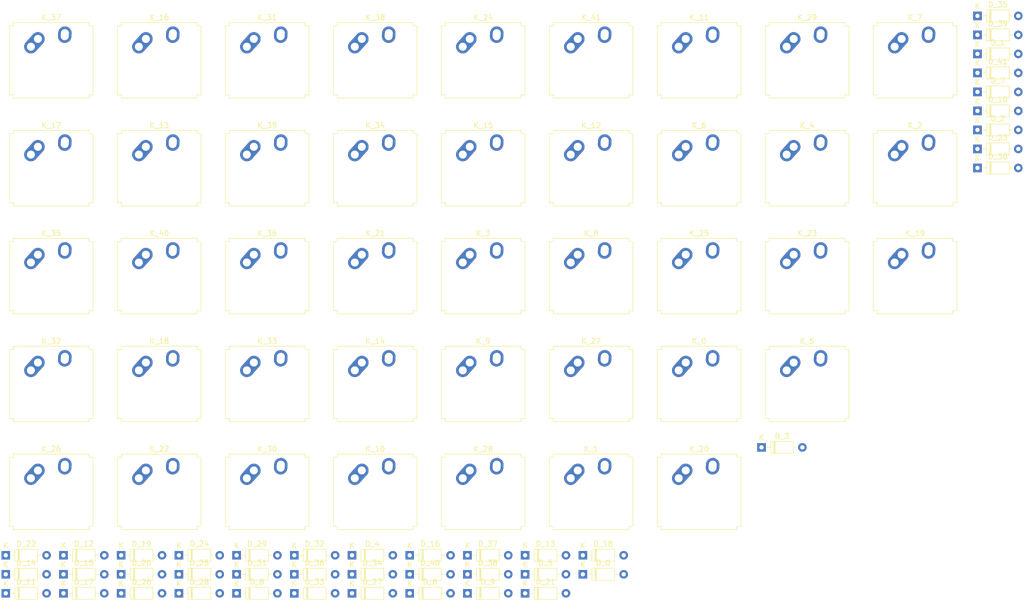
<source format=kicad_pcb>
(kicad_pcb (version 20210606) (generator pcbnew)
  (layers (0 "F.Cu" signal) (31 "B.Cu" signal) (34 "B.Paste" user) (35 "F.Paste" user) (36 "B.SilkS" user "B.Silkscreen") (37 "F.SilkS" user "F.Silkscreen") (38 "B.Mask" user) (39 "F.Mask" user) (44 "Edge.Cuts" user))
  (net 0 "")
  (footprint "Diode_THT:D_DO-35_SOD27_P7.62mm_Horizontal" (layer "F.Cu") (at 229.425001 187.490001)
    (fp_text reference "D_0" (at 3.81 -2.12) (layer "F.SilkS"))
    (fp_text value "D")
    (fp_text user "K" (at 0 -1.8) (layer "F.SilkS"))
    (pad "1" thru_hole rect locked (at 0 0) (size 1.6 1.6) (drill 0.8) (layers *.Cu *.Mask))
    (pad "2" thru_hole oval locked (at 7.62 0) (size 1.6 1.6) (drill 0.8) (layers *.Cu *.Mask))
  )
  (footprint "Diode_THT:D_DO-35_SOD27_P7.62mm_Horizontal" (layer "F.Cu") (at 303.075001 90.290001)
    (fp_text reference "D_1" (at 3.81 -2.12) (layer "F.SilkS"))
    (fp_text value "D")
    (fp_text user "K" (at 0 -1.8) (layer "F.SilkS"))
    (pad "1" thru_hole rect locked (at 0 0) (size 1.6 1.6) (drill 0.8) (layers *.Cu *.Mask))
    (pad "2" thru_hole oval locked (at 7.62 0) (size 1.6 1.6) (drill 0.8) (layers *.Cu *.Mask))
  )
  (footprint "Diode_THT:D_DO-35_SOD27_P7.62mm_Horizontal" (layer "F.Cu") (at 303.075001 104.490001)
    (fp_text reference "D_2" (at 3.81 -2.12) (layer "F.SilkS"))
    (fp_text value "D")
    (fp_text user "K" (at 0 -1.8) (layer "F.SilkS"))
    (pad "1" thru_hole rect locked (at 0 0) (size 1.6 1.6) (drill 0.8) (layers *.Cu *.Mask))
    (pad "2" thru_hole oval locked (at 7.62 0) (size 1.6 1.6) (drill 0.8) (layers *.Cu *.Mask))
  )
  (footprint "Diode_THT:D_DO-35_SOD27_P7.62mm_Horizontal" (layer "F.Cu") (at 262.775001 163.790001)
    (fp_text reference "D_3" (at 3.81 -2.12) (layer "F.SilkS"))
    (fp_text value "D")
    (fp_text user "K" (at 0 -1.8) (layer "F.SilkS"))
    (pad "1" thru_hole rect locked (at 0 0) (size 1.6 1.6) (drill 0.8) (layers *.Cu *.Mask))
    (pad "2" thru_hole oval locked (at 7.62 0) (size 1.6 1.6) (drill 0.8) (layers *.Cu *.Mask))
  )
  (footprint "Diode_THT:D_DO-35_SOD27_P7.62mm_Horizontal" (layer "F.Cu") (at 186.345001 183.940001)
    (fp_text reference "D_4" (at 3.81 -2.12) (layer "F.SilkS"))
    (fp_text value "D")
    (fp_text user "K" (at 0 -1.8) (layer "F.SilkS"))
    (pad "1" thru_hole rect locked (at 0 0) (size 1.6 1.6) (drill 0.8) (layers *.Cu *.Mask))
    (pad "2" thru_hole oval locked (at 7.62 0) (size 1.6 1.6) (drill 0.8) (layers *.Cu *.Mask))
  )
  (footprint "Diode_THT:D_DO-35_SOD27_P7.62mm_Horizontal" (layer "F.Cu") (at 218.655001 187.490001)
    (fp_text reference "D_5" (at 3.81 -2.12) (layer "F.SilkS"))
    (fp_text value "D")
    (fp_text user "K" (at 0 -1.8) (layer "F.SilkS"))
    (pad "1" thru_hole rect locked (at 0 0) (size 1.6 1.6) (drill 0.8) (layers *.Cu *.Mask))
    (pad "2" thru_hole oval locked (at 7.62 0) (size 1.6 1.6) (drill 0.8) (layers *.Cu *.Mask))
  )
  (footprint "Diode_THT:D_DO-35_SOD27_P7.62mm_Horizontal" (layer "F.Cu") (at 197.115001 191.040001)
    (fp_text reference "D_6" (at 3.81 -2.12) (layer "F.SilkS"))
    (fp_text value "D")
    (fp_text user "K" (at 0 -1.8) (layer "F.SilkS"))
    (pad "1" thru_hole rect locked (at 0 0) (size 1.6 1.6) (drill 0.8) (layers *.Cu *.Mask))
    (pad "2" thru_hole oval locked (at 7.62 0) (size 1.6 1.6) (drill 0.8) (layers *.Cu *.Mask))
  )
  (footprint "Diode_THT:D_DO-35_SOD27_P7.62mm_Horizontal" (layer "F.Cu") (at 303.075001 97.390001)
    (fp_text reference "D_7" (at 3.81 -2.12) (layer "F.SilkS"))
    (fp_text value "D")
    (fp_text user "K" (at 0 -1.8) (layer "F.SilkS"))
    (pad "1" thru_hole rect locked (at 0 0) (size 1.6 1.6) (drill 0.8) (layers *.Cu *.Mask))
    (pad "2" thru_hole oval locked (at 7.62 0) (size 1.6 1.6) (drill 0.8) (layers *.Cu *.Mask))
  )
  (footprint "Diode_THT:D_DO-35_SOD27_P7.62mm_Horizontal" (layer "F.Cu") (at 164.805001 191.040001)
    (fp_text reference "D_8" (at 3.81 -2.12) (layer "F.SilkS"))
    (fp_text value "D")
    (fp_text user "K" (at 0 -1.8) (layer "F.SilkS"))
    (pad "1" thru_hole rect locked (at 0 0) (size 1.6 1.6) (drill 0.8) (layers *.Cu *.Mask))
    (pad "2" thru_hole oval locked (at 7.62 0) (size 1.6 1.6) (drill 0.8) (layers *.Cu *.Mask))
  )
  (footprint "Diode_THT:D_DO-35_SOD27_P7.62mm_Horizontal" (layer "F.Cu") (at 207.885001 191.040001)
    (fp_text reference "D_9" (at 3.81 -2.12) (layer "F.SilkS"))
    (fp_text value "D")
    (fp_text user "K" (at 0 -1.8) (layer "F.SilkS"))
    (pad "1" thru_hole rect locked (at 0 0) (size 1.6 1.6) (drill 0.8) (layers *.Cu *.Mask))
    (pad "2" thru_hole oval locked (at 7.62 0) (size 1.6 1.6) (drill 0.8) (layers *.Cu *.Mask))
  )
  (footprint "Diode_THT:D_DO-35_SOD27_P7.62mm_Horizontal" (layer "F.Cu") (at 303.075001 100.940001)
    (fp_text reference "D_10" (at 3.81 -2.12) (layer "F.SilkS"))
    (fp_text value "D")
    (fp_text user "K" (at 0 -1.8) (layer "F.SilkS"))
    (pad "1" thru_hole rect locked (at 0 0) (size 1.6 1.6) (drill 0.8) (layers *.Cu *.Mask))
    (pad "2" thru_hole oval locked (at 7.62 0) (size 1.6 1.6) (drill 0.8) (layers *.Cu *.Mask))
  )
  (footprint "Diode_THT:D_DO-35_SOD27_P7.62mm_Horizontal" (layer "F.Cu") (at 121.725001 191.040001)
    (fp_text reference "D_11" (at 3.81 -2.12) (layer "F.SilkS"))
    (fp_text value "D")
    (fp_text user "K" (at 0 -1.8) (layer "F.SilkS"))
    (pad "1" thru_hole rect locked (at 0 0) (size 1.6 1.6) (drill 0.8) (layers *.Cu *.Mask))
    (pad "2" thru_hole oval locked (at 7.62 0) (size 1.6 1.6) (drill 0.8) (layers *.Cu *.Mask))
  )
  (footprint "Diode_THT:D_DO-35_SOD27_P7.62mm_Horizontal" (layer "F.Cu") (at 132.495001 183.940001)
    (fp_text reference "D_12" (at 3.81 -2.12) (layer "F.SilkS"))
    (fp_text value "D")
    (fp_text user "K" (at 0 -1.8) (layer "F.SilkS"))
    (pad "1" thru_hole rect locked (at 0 0) (size 1.6 1.6) (drill 0.8) (layers *.Cu *.Mask))
    (pad "2" thru_hole oval locked (at 7.62 0) (size 1.6 1.6) (drill 0.8) (layers *.Cu *.Mask))
  )
  (footprint "Diode_THT:D_DO-35_SOD27_P7.62mm_Horizontal" (layer "F.Cu") (at 218.655001 183.940001)
    (fp_text reference "D_13" (at 3.81 -2.12) (layer "F.SilkS"))
    (fp_text value "D")
    (fp_text user "K" (at 0 -1.8) (layer "F.SilkS"))
    (pad "1" thru_hole rect locked (at 0 0) (size 1.6 1.6) (drill 0.8) (layers *.Cu *.Mask))
    (pad "2" thru_hole oval locked (at 7.62 0) (size 1.6 1.6) (drill 0.8) (layers *.Cu *.Mask))
  )
  (footprint "Diode_THT:D_DO-35_SOD27_P7.62mm_Horizontal" (layer "F.Cu") (at 121.725001 187.490001)
    (fp_text reference "D_14" (at 3.81 -2.12) (layer "F.SilkS"))
    (fp_text value "D")
    (fp_text user "K" (at 0 -1.8) (layer "F.SilkS"))
    (pad "1" thru_hole rect locked (at 0 0) (size 1.6 1.6) (drill 0.8) (layers *.Cu *.Mask))
    (pad "2" thru_hole oval locked (at 7.62 0) (size 1.6 1.6) (drill 0.8) (layers *.Cu *.Mask))
  )
  (footprint "Diode_THT:D_DO-35_SOD27_P7.62mm_Horizontal" (layer "F.Cu") (at 132.495001 187.490001)
    (fp_text reference "D_15" (at 3.81 -2.12) (layer "F.SilkS"))
    (fp_text value "D")
    (fp_text user "K" (at 0 -1.8) (layer "F.SilkS"))
    (pad "1" thru_hole rect locked (at 0 0) (size 1.6 1.6) (drill 0.8) (layers *.Cu *.Mask))
    (pad "2" thru_hole oval locked (at 7.62 0) (size 1.6 1.6) (drill 0.8) (layers *.Cu *.Mask))
  )
  (footprint "Diode_THT:D_DO-35_SOD27_P7.62mm_Horizontal" (layer "F.Cu") (at 197.115001 183.940001)
    (fp_text reference "D_16" (at 3.81 -2.12) (layer "F.SilkS"))
    (fp_text value "D")
    (fp_text user "K" (at 0 -1.8) (layer "F.SilkS"))
    (pad "1" thru_hole rect locked (at 0 0) (size 1.6 1.6) (drill 0.8) (layers *.Cu *.Mask))
    (pad "2" thru_hole oval locked (at 7.62 0) (size 1.6 1.6) (drill 0.8) (layers *.Cu *.Mask))
  )
  (footprint "Diode_THT:D_DO-35_SOD27_P7.62mm_Horizontal" (layer "F.Cu") (at 132.495001 191.040001)
    (fp_text reference "D_17" (at 3.81 -2.12) (layer "F.SilkS"))
    (fp_text value "D")
    (fp_text user "K" (at 0 -1.8) (layer "F.SilkS"))
    (pad "1" thru_hole rect locked (at 0 0) (size 1.6 1.6) (drill 0.8) (layers *.Cu *.Mask))
    (pad "2" thru_hole oval locked (at 7.62 0) (size 1.6 1.6) (drill 0.8) (layers *.Cu *.Mask))
  )
  (footprint "Diode_THT:D_DO-35_SOD27_P7.62mm_Horizontal" (layer "F.Cu") (at 229.425001 183.940001)
    (fp_text reference "D_18" (at 3.81 -2.12) (layer "F.SilkS"))
    (fp_text value "D")
    (fp_text user "K" (at 0 -1.8) (layer "F.SilkS"))
    (pad "1" thru_hole rect locked (at 0 0) (size 1.6 1.6) (drill 0.8) (layers *.Cu *.Mask))
    (pad "2" thru_hole oval locked (at 7.62 0) (size 1.6 1.6) (drill 0.8) (layers *.Cu *.Mask))
  )
  (footprint "Diode_THT:D_DO-35_SOD27_P7.62mm_Horizontal" (layer "F.Cu") (at 143.265001 183.940001)
    (fp_text reference "D_19" (at 3.81 -2.12) (layer "F.SilkS"))
    (fp_text value "D")
    (fp_text user "K" (at 0 -1.8) (layer "F.SilkS"))
    (pad "1" thru_hole rect locked (at 0 0) (size 1.6 1.6) (drill 0.8) (layers *.Cu *.Mask))
    (pad "2" thru_hole oval locked (at 7.62 0) (size 1.6 1.6) (drill 0.8) (layers *.Cu *.Mask))
  )
  (footprint "Diode_THT:D_DO-35_SOD27_P7.62mm_Horizontal" (layer "F.Cu") (at 143.265001 187.490001)
    (fp_text reference "D_20" (at 3.81 -2.12) (layer "F.SilkS"))
    (fp_text value "D")
    (fp_text user "K" (at 0 -1.8) (layer "F.SilkS"))
    (pad "1" thru_hole rect locked (at 0 0) (size 1.6 1.6) (drill 0.8) (layers *.Cu *.Mask))
    (pad "2" thru_hole oval locked (at 7.62 0) (size 1.6 1.6) (drill 0.8) (layers *.Cu *.Mask))
  )
  (footprint "Diode_THT:D_DO-35_SOD27_P7.62mm_Horizontal" (layer "F.Cu") (at 218.655001 191.040001)
    (fp_text reference "D_21" (at 3.81 -2.12) (layer "F.SilkS"))
    (fp_text value "D")
    (fp_text user "K" (at 0 -1.8) (layer "F.SilkS"))
    (pad "1" thru_hole rect locked (at 0 0) (size 1.6 1.6) (drill 0.8) (layers *.Cu *.Mask))
    (pad "2" thru_hole oval locked (at 7.62 0) (size 1.6 1.6) (drill 0.8) (layers *.Cu *.Mask))
  )
  (footprint "Diode_THT:D_DO-35_SOD27_P7.62mm_Horizontal" (layer "F.Cu") (at 121.725001 183.940001)
    (fp_text reference "D_22" (at 3.81 -2.12) (layer "F.SilkS"))
    (fp_text value "D")
    (fp_text user "K" (at 0 -1.8) (layer "F.SilkS"))
    (pad "1" thru_hole rect locked (at 0 0) (size 1.6 1.6) (drill 0.8) (layers *.Cu *.Mask))
    (pad "2" thru_hole oval locked (at 7.62 0) (size 1.6 1.6) (drill 0.8) (layers *.Cu *.Mask))
  )
  (footprint "Diode_THT:D_DO-35_SOD27_P7.62mm_Horizontal" (layer "F.Cu") (at 303.075001 108.040001)
    (fp_text reference "D_23" (at 3.81 -2.12) (layer "F.SilkS"))
    (fp_text value "D")
    (fp_text user "K" (at 0 -1.8) (layer "F.SilkS"))
    (pad "1" thru_hole rect locked (at 0 0) (size 1.6 1.6) (drill 0.8) (layers *.Cu *.Mask))
    (pad "2" thru_hole oval locked (at 7.62 0) (size 1.6 1.6) (drill 0.8) (layers *.Cu *.Mask))
  )
  (footprint "Diode_THT:D_DO-35_SOD27_P7.62mm_Horizontal" (layer "F.Cu") (at 154.035001 183.940001)
    (fp_text reference "D_24" (at 3.81 -2.12) (layer "F.SilkS"))
    (fp_text value "D")
    (fp_text user "K" (at 0 -1.8) (layer "F.SilkS"))
    (pad "1" thru_hole rect locked (at 0 0) (size 1.6 1.6) (drill 0.8) (layers *.Cu *.Mask))
    (pad "2" thru_hole oval locked (at 7.62 0) (size 1.6 1.6) (drill 0.8) (layers *.Cu *.Mask))
  )
  (footprint "Diode_THT:D_DO-35_SOD27_P7.62mm_Horizontal" (layer "F.Cu") (at 154.035001 187.490001)
    (fp_text reference "D_25" (at 3.81 -2.12) (layer "F.SilkS"))
    (fp_text value "D")
    (fp_text user "K" (at 0 -1.8) (layer "F.SilkS"))
    (pad "1" thru_hole rect locked (at 0 0) (size 1.6 1.6) (drill 0.8) (layers *.Cu *.Mask))
    (pad "2" thru_hole oval locked (at 7.62 0) (size 1.6 1.6) (drill 0.8) (layers *.Cu *.Mask))
  )
  (footprint "Diode_THT:D_DO-35_SOD27_P7.62mm_Horizontal" (layer "F.Cu") (at 143.265001 191.040001)
    (fp_text reference "D_26" (at 3.81 -2.12) (layer "F.SilkS"))
    (fp_text value "D")
    (fp_text user "K" (at 0 -1.8) (layer "F.SilkS"))
    (pad "1" thru_hole rect locked (at 0 0) (size 1.6 1.6) (drill 0.8) (layers *.Cu *.Mask))
    (pad "2" thru_hole oval locked (at 7.62 0) (size 1.6 1.6) (drill 0.8) (layers *.Cu *.Mask))
  )
  (footprint "Diode_THT:D_DO-35_SOD27_P7.62mm_Horizontal" (layer "F.Cu") (at 186.345001 191.040001)
    (fp_text reference "D_27" (at 3.81 -2.12) (layer "F.SilkS"))
    (fp_text value "D")
    (fp_text user "K" (at 0 -1.8) (layer "F.SilkS"))
    (pad "1" thru_hole rect locked (at 0 0) (size 1.6 1.6) (drill 0.8) (layers *.Cu *.Mask))
    (pad "2" thru_hole oval locked (at 7.62 0) (size 1.6 1.6) (drill 0.8) (layers *.Cu *.Mask))
  )
  (footprint "Diode_THT:D_DO-35_SOD27_P7.62mm_Horizontal" (layer "F.Cu") (at 154.035001 191.040001)
    (fp_text reference "D_28" (at 3.81 -2.12) (layer "F.SilkS"))
    (fp_text value "D")
    (fp_text user "K" (at 0 -1.8) (layer "F.SilkS"))
    (pad "1" thru_hole rect locked (at 0 0) (size 1.6 1.6) (drill 0.8) (layers *.Cu *.Mask))
    (pad "2" thru_hole oval locked (at 7.62 0) (size 1.6 1.6) (drill 0.8) (layers *.Cu *.Mask))
  )
  (footprint "Diode_THT:D_DO-35_SOD27_P7.62mm_Horizontal" (layer "F.Cu") (at 164.805001 183.940001)
    (fp_text reference "D_29" (at 3.81 -2.12) (layer "F.SilkS"))
    (fp_text value "D")
    (fp_text user "K" (at 0 -1.8) (layer "F.SilkS"))
    (pad "1" thru_hole rect locked (at 0 0) (size 1.6 1.6) (drill 0.8) (layers *.Cu *.Mask))
    (pad "2" thru_hole oval locked (at 7.62 0) (size 1.6 1.6) (drill 0.8) (layers *.Cu *.Mask))
  )
  (footprint "Diode_THT:D_DO-35_SOD27_P7.62mm_Horizontal" (layer "F.Cu") (at 303.075001 111.590001)
    (fp_text reference "D_30" (at 3.81 -2.12) (layer "F.SilkS"))
    (fp_text value "D")
    (fp_text user "K" (at 0 -1.8) (layer "F.SilkS"))
    (pad "1" thru_hole rect locked (at 0 0) (size 1.6 1.6) (drill 0.8) (layers *.Cu *.Mask))
    (pad "2" thru_hole oval locked (at 7.62 0) (size 1.6 1.6) (drill 0.8) (layers *.Cu *.Mask))
  )
  (footprint "Diode_THT:D_DO-35_SOD27_P7.62mm_Horizontal" (layer "F.Cu") (at 164.805001 187.490001)
    (fp_text reference "D_31" (at 3.81 -2.12) (layer "F.SilkS"))
    (fp_text value "D")
    (fp_text user "K" (at 0 -1.8) (layer "F.SilkS"))
    (pad "1" thru_hole rect locked (at 0 0) (size 1.6 1.6) (drill 0.8) (layers *.Cu *.Mask))
    (pad "2" thru_hole oval locked (at 7.62 0) (size 1.6 1.6) (drill 0.8) (layers *.Cu *.Mask))
  )
  (footprint "Diode_THT:D_DO-35_SOD27_P7.62mm_Horizontal" (layer "F.Cu") (at 175.575001 183.940001)
    (fp_text reference "D_32" (at 3.81 -2.12) (layer "F.SilkS"))
    (fp_text value "D")
    (fp_text user "K" (at 0 -1.8) (layer "F.SilkS"))
    (pad "1" thru_hole rect locked (at 0 0) (size 1.6 1.6) (drill 0.8) (layers *.Cu *.Mask))
    (pad "2" thru_hole oval locked (at 7.62 0) (size 1.6 1.6) (drill 0.8) (layers *.Cu *.Mask))
  )
  (footprint "Diode_THT:D_DO-35_SOD27_P7.62mm_Horizontal" (layer "F.Cu") (at 175.575001 191.040001)
    (fp_text reference "D_33" (at 3.81 -2.12) (layer "F.SilkS"))
    (fp_text value "D")
    (fp_text user "K" (at 0 -1.8) (layer "F.SilkS"))
    (pad "1" thru_hole rect locked (at 0 0) (size 1.6 1.6) (drill 0.8) (layers *.Cu *.Mask))
    (pad "2" thru_hole oval locked (at 7.62 0) (size 1.6 1.6) (drill 0.8) (layers *.Cu *.Mask))
  )
  (footprint "Diode_THT:D_DO-35_SOD27_P7.62mm_Horizontal" (layer "F.Cu") (at 186.345001 187.490001)
    (fp_text reference "D_34" (at 3.81 -2.12) (layer "F.SilkS"))
    (fp_text value "D")
    (fp_text user "K" (at 0 -1.8) (layer "F.SilkS"))
    (pad "1" thru_hole rect locked (at 0 0) (size 1.6 1.6) (drill 0.8) (layers *.Cu *.Mask))
    (pad "2" thru_hole oval locked (at 7.62 0) (size 1.6 1.6) (drill 0.8) (layers *.Cu *.Mask))
  )
  (footprint "Diode_THT:D_DO-35_SOD27_P7.62mm_Horizontal" (layer "F.Cu") (at 303.075001 83.190001)
    (fp_text reference "D_35" (at 3.81 -2.12) (layer "F.SilkS"))
    (fp_text value "D")
    (fp_text user "K" (at 0 -1.8) (layer "F.SilkS"))
    (pad "1" thru_hole rect locked (at 0 0) (size 1.6 1.6) (drill 0.8) (layers *.Cu *.Mask))
    (pad "2" thru_hole oval locked (at 7.62 0) (size 1.6 1.6) (drill 0.8) (layers *.Cu *.Mask))
  )
  (footprint "Diode_THT:D_DO-35_SOD27_P7.62mm_Horizontal" (layer "F.Cu") (at 175.575001 187.490001)
    (fp_text reference "D_36" (at 3.81 -2.12) (layer "F.SilkS"))
    (fp_text value "D")
    (fp_text user "K" (at 0 -1.8) (layer "F.SilkS"))
    (pad "1" thru_hole rect locked (at 0 0) (size 1.6 1.6) (drill 0.8) (layers *.Cu *.Mask))
    (pad "2" thru_hole oval locked (at 7.62 0) (size 1.6 1.6) (drill 0.8) (layers *.Cu *.Mask))
  )
  (footprint "Diode_THT:D_DO-35_SOD27_P7.62mm_Horizontal" (layer "F.Cu") (at 207.885001 183.940001)
    (fp_text reference "D_37" (at 3.81 -2.12) (layer "F.SilkS"))
    (fp_text value "D")
    (fp_text user "K" (at 0 -1.8) (layer "F.SilkS"))
    (pad "1" thru_hole rect locked (at 0 0) (size 1.6 1.6) (drill 0.8) (layers *.Cu *.Mask))
    (pad "2" thru_hole oval locked (at 7.62 0) (size 1.6 1.6) (drill 0.8) (layers *.Cu *.Mask))
  )
  (footprint "Diode_THT:D_DO-35_SOD27_P7.62mm_Horizontal" (layer "F.Cu") (at 207.885001 187.490001)
    (fp_text reference "D_38" (at 3.81 -2.12) (layer "F.SilkS"))
    (fp_text value "D")
    (fp_text user "K" (at 0 -1.8) (layer "F.SilkS"))
    (pad "1" thru_hole rect locked (at 0 0) (size 1.6 1.6) (drill 0.8) (layers *.Cu *.Mask))
    (pad "2" thru_hole oval locked (at 7.62 0) (size 1.6 1.6) (drill 0.8) (layers *.Cu *.Mask))
  )
  (footprint "Diode_THT:D_DO-35_SOD27_P7.62mm_Horizontal" (layer "F.Cu") (at 303.075001 86.740001)
    (fp_text reference "D_39" (at 3.81 -2.12) (layer "F.SilkS"))
    (fp_text value "D")
    (fp_text user "K" (at 0 -1.8) (layer "F.SilkS"))
    (pad "1" thru_hole rect locked (at 0 0) (size 1.6 1.6) (drill 0.8) (layers *.Cu *.Mask))
    (pad "2" thru_hole oval locked (at 7.62 0) (size 1.6 1.6) (drill 0.8) (layers *.Cu *.Mask))
  )
  (footprint "Diode_THT:D_DO-35_SOD27_P7.62mm_Horizontal" (layer "F.Cu") (at 197.115001 187.490001)
    (fp_text reference "D_40" (at 3.81 -2.12) (layer "F.SilkS"))
    (fp_text value "D")
    (fp_text user "K" (at 0 -1.8) (layer "F.SilkS"))
    (pad "1" thru_hole rect locked (at 0 0) (size 1.6 1.6) (drill 0.8) (layers *.Cu *.Mask))
    (pad "2" thru_hole oval locked (at 7.62 0) (size 1.6 1.6) (drill 0.8) (layers *.Cu *.Mask))
  )
  (footprint "Diode_THT:D_DO-35_SOD27_P7.62mm_Horizontal" (layer "F.Cu") (at 303.075001 93.840001)
    (fp_text reference "D_41" (at 3.81 -2.12) (layer "F.SilkS"))
    (fp_text value "D")
    (fp_text user "K" (at 0 -1.8) (layer "F.SilkS"))
    (pad "1" thru_hole rect locked (at 0 0) (size 1.6 1.6) (drill 0.8) (layers *.Cu *.Mask))
    (pad "2" thru_hole oval locked (at 7.62 0) (size 1.6 1.6) (drill 0.8) (layers *.Cu *.Mask))
  )
  (footprint "Switch_Keyboard_Hybrid:SW_Hybrid_Cherry_MX_Alps_1.00u" (layer "F.Cu") (at 251.125001 151.940001)
    (fp_text reference "K_0" (at 0 -8) (layer "F.SilkS"))
    (fp_text value "SW_SPST")
    (pad "" np_thru_hole circle locked (at -5.08 0) (size 1.75 1.75) (drill 1.75) (layers *.Cu *.Mask))
    (pad "" np_thru_hole circle locked (at 5.08 0) (size 1.75 1.75) (drill 1.75) (layers *.Cu *.Mask))
    (pad "" np_thru_hole circle locked (at 0 0) (size 4 4) (drill 4) (layers *.Cu *.Mask))
    (pad "1" thru_hole circle locked (at -2.5 -4) (size 2.5 2.5) (drill 1.5) (layers *.Cu "B.Mask"))
    (pad "1" thru_hole oval locked (at -3.81 -2.54 48) (size 4.46156 2.5) (drill 1.5 (offset 0.980778 0)) (layers *.Cu "B.Mask"))
    (pad "2" thru_hole oval locked (at 2.52 -4.79 86) (size 3.081378 2.5) (drill oval 2.08137 1.5) (layers *.Cu "B.Mask"))
  )
  (footprint "Switch_Keyboard_Hybrid:SW_Hybrid_Cherry_MX_Alps_1.00u" (layer "F.Cu") (at 230.975001 172.090001)
    (fp_text reference "K_1" (at 0 -8) (layer "F.SilkS"))
    (fp_text value "SW_SPST")
    (pad "" np_thru_hole circle locked (at -5.08 0) (size 1.75 1.75) (drill 1.75) (layers *.Cu *.Mask))
    (pad "" np_thru_hole circle locked (at 0 0) (size 4 4) (drill 4) (layers *.Cu *.Mask))
    (pad "" np_thru_hole circle locked (at 5.08 0) (size 1.75 1.75) (drill 1.75) (layers *.Cu *.Mask))
    (pad "1" thru_hole circle locked (at -2.5 -4) (size 2.5 2.5) (drill 1.5) (layers *.Cu "B.Mask"))
    (pad "1" thru_hole oval locked (at -3.81 -2.54 48) (size 4.46156 2.5) (drill 1.5 (offset 0.980778 0)) (layers *.Cu "B.Mask"))
    (pad "2" thru_hole oval locked (at 2.52 -4.79 86) (size 3.081378 2.5) (drill oval 2.08137 1.5) (layers *.Cu "B.Mask"))
  )
  (footprint "Switch_Keyboard_Hybrid:SW_Hybrid_Cherry_MX_Alps_1.00u" (layer "F.Cu") (at 291.425001 111.640001)
    (fp_text reference "K_2" (at 0 -8) (layer "F.SilkS"))
    (fp_text value "SW_SPST")
    (pad "" np_thru_hole circle locked (at 0 0) (size 4 4) (drill 4) (layers *.Cu *.Mask))
    (pad "" np_thru_hole circle locked (at 5.08 0) (size 1.75 1.75) (drill 1.75) (layers *.Cu *.Mask))
    (pad "" np_thru_hole circle locked (at -5.08 0) (size 1.75 1.75) (drill 1.75) (layers *.Cu *.Mask))
    (pad "1" thru_hole oval locked (at -3.81 -2.54 48) (size 4.46156 2.5) (drill 1.5 (offset 0.980778 0)) (layers *.Cu "B.Mask"))
    (pad "1" thru_hole circle locked (at -2.5 -4) (size 2.5 2.5) (drill 1.5) (layers *.Cu "B.Mask"))
    (pad "2" thru_hole oval locked (at 2.52 -4.79 86) (size 3.081378 2.5) (drill oval 2.08137 1.5) (layers *.Cu "B.Mask"))
  )
  (footprint "Switch_Keyboard_Hybrid:SW_Hybrid_Cherry_MX_Alps_1.00u" (layer "F.Cu") (at 210.825001 131.790001)
    (fp_text reference "K_3" (at 0 -8) (layer "F.SilkS"))
    (fp_text value "SW_SPST")
    (pad "" np_thru_hole circle locked (at 5.08 0) (size 1.75 1.75) (drill 1.75) (layers *.Cu *.Mask))
    (pad "" np_thru_hole circle locked (at -5.08 0) (size 1.75 1.75) (drill 1.75) (layers *.Cu *.Mask))
    (pad "" np_thru_hole circle locked (at 0 0) (size 4 4) (drill 4) (layers *.Cu *.Mask))
    (pad "1" thru_hole oval locked (at -3.81 -2.54 48) (size 4.46156 2.5) (drill 1.5 (offset 0.980778 0)) (layers *.Cu "B.Mask"))
    (pad "1" thru_hole circle locked (at -2.5 -4) (size 2.5 2.5) (drill 1.5) (layers *.Cu "B.Mask"))
    (pad "2" thru_hole oval locked (at 2.52 -4.79 86) (size 3.081378 2.5) (drill oval 2.08137 1.5) (layers *.Cu "B.Mask"))
  )
  (footprint "Switch_Keyboard_Hybrid:SW_Hybrid_Cherry_MX_Alps_1.00u" (layer "F.Cu") (at 271.275001 111.640001)
    (fp_text reference "K_4" (at 0 -8) (layer "F.SilkS"))
    (fp_text value "SW_SPST")
    (pad "" np_thru_hole circle locked (at -5.08 0) (size 1.75 1.75) (drill 1.75) (layers *.Cu *.Mask))
    (pad "" np_thru_hole circle locked (at 5.08 0) (size 1.75 1.75) (drill 1.75) (layers *.Cu *.Mask))
    (pad "" np_thru_hole circle locked (at 0 0) (size 4 4) (drill 4) (layers *.Cu *.Mask))
    (pad "1" thru_hole circle locked (at -2.5 -4) (size 2.5 2.5) (drill 1.5) (layers *.Cu "B.Mask"))
    (pad "1" thru_hole oval locked (at -3.81 -2.54 48) (size 4.46156 2.5) (drill 1.5 (offset 0.980778 0)) (layers *.Cu "B.Mask"))
    (pad "2" thru_hole oval locked (at 2.52 -4.79 86) (size 3.081378 2.5) (drill oval 2.08137 1.5) (layers *.Cu "B.Mask"))
  )
  (footprint "Switch_Keyboard_Hybrid:SW_Hybrid_Cherry_MX_Alps_1.00u" (layer "F.Cu") (at 271.275001 151.940001)
    (fp_text reference "K_5" (at 0 -8) (layer "F.SilkS"))
    (fp_text value "SW_SPST")
    (pad "" np_thru_hole circle locked (at -5.08 0) (size 1.75 1.75) (drill 1.75) (layers *.Cu *.Mask))
    (pad "" np_thru_hole circle locked (at 5.08 0) (size 1.75 1.75) (drill 1.75) (layers *.Cu *.Mask))
    (pad "" np_thru_hole circle locked (at 0 0) (size 4 4) (drill 4) (layers *.Cu *.Mask))
    (pad "1" thru_hole circle locked (at -2.5 -4) (size 2.5 2.5) (drill 1.5) (layers *.Cu "B.Mask"))
    (pad "1" thru_hole oval locked (at -3.81 -2.54 48) (size 4.46156 2.5) (drill 1.5 (offset 0.980778 0)) (layers *.Cu "B.Mask"))
    (pad "2" thru_hole oval locked (at 2.52 -4.79 86) (size 3.081378 2.5) (drill oval 2.08137 1.5) (layers *.Cu "B.Mask"))
  )
  (footprint "Switch_Keyboard_Hybrid:SW_Hybrid_Cherry_MX_Alps_1.00u" (layer "F.Cu") (at 251.125001 111.640001)
    (fp_text reference "K_6" (at 0 -8) (layer "F.SilkS"))
    (fp_text value "SW_SPST")
    (pad "" np_thru_hole circle locked (at 0 0) (size 4 4) (drill 4) (layers *.Cu *.Mask))
    (pad "" np_thru_hole circle locked (at -5.08 0) (size 1.75 1.75) (drill 1.75) (layers *.Cu *.Mask))
    (pad "" np_thru_hole circle locked (at 5.08 0) (size 1.75 1.75) (drill 1.75) (layers *.Cu *.Mask))
    (pad "1" thru_hole oval locked (at -3.81 -2.54 48) (size 4.46156 2.5) (drill 1.5 (offset 0.980778 0)) (layers *.Cu "B.Mask"))
    (pad "1" thru_hole circle locked (at -2.5 -4) (size 2.5 2.5) (drill 1.5) (layers *.Cu "B.Mask"))
    (pad "2" thru_hole oval locked (at 2.52 -4.79 86) (size 3.081378 2.5) (drill oval 2.08137 1.5) (layers *.Cu "B.Mask"))
  )
  (footprint "Switch_Keyboard_Hybrid:SW_Hybrid_Cherry_MX_Alps_1.00u" (layer "F.Cu") (at 291.425001 91.490001)
    (fp_text reference "K_7" (at 0 -8) (layer "F.SilkS"))
    (fp_text value "SW_SPST")
    (pad "" np_thru_hole circle locked (at 5.08 0) (size 1.75 1.75) (drill 1.75) (layers *.Cu *.Mask))
    (pad "" np_thru_hole circle locked (at 0 0) (size 4 4) (drill 4) (layers *.Cu *.Mask))
    (pad "" np_thru_hole circle locked (at -5.08 0) (size 1.75 1.75) (drill 1.75) (layers *.Cu *.Mask))
    (pad "1" thru_hole oval locked (at -3.81 -2.54 48) (size 4.46156 2.5) (drill 1.5 (offset 0.980778 0)) (layers *.Cu "B.Mask"))
    (pad "1" thru_hole circle locked (at -2.5 -4) (size 2.5 2.5) (drill 1.5) (layers *.Cu "B.Mask"))
    (pad "2" thru_hole oval locked (at 2.52 -4.79 86) (size 3.081378 2.5) (drill oval 2.08137 1.5) (layers *.Cu "B.Mask"))
  )
  (footprint "Switch_Keyboard_Hybrid:SW_Hybrid_Cherry_MX_Alps_1.00u" (layer "F.Cu") (at 230.975001 131.790001)
    (fp_text reference "K_8" (at 0 -8) (layer "F.SilkS"))
    (fp_text value "SW_SPST")
    (pad "" np_thru_hole circle locked (at -5.08 0) (size 1.75 1.75) (drill 1.75) (layers *.Cu *.Mask))
    (pad "" np_thru_hole circle locked (at 5.08 0) (size 1.75 1.75) (drill 1.75) (layers *.Cu *.Mask))
    (pad "" np_thru_hole circle locked (at 0 0) (size 4 4) (drill 4) (layers *.Cu *.Mask))
    (pad "1" thru_hole oval locked (at -3.81 -2.54 48) (size 4.46156 2.5) (drill 1.5 (offset 0.980778 0)) (layers *.Cu "B.Mask"))
    (pad "1" thru_hole circle locked (at -2.5 -4) (size 2.5 2.5) (drill 1.5) (layers *.Cu "B.Mask"))
    (pad "2" thru_hole oval locked (at 2.52 -4.79 86) (size 3.081378 2.5) (drill oval 2.08137 1.5) (layers *.Cu "B.Mask"))
  )
  (footprint "Switch_Keyboard_Hybrid:SW_Hybrid_Cherry_MX_Alps_1.00u" (layer "F.Cu") (at 210.825001 151.940001)
    (fp_text reference "K_9" (at 0 -8) (layer "F.SilkS"))
    (fp_text value "SW_SPST")
    (pad "" np_thru_hole circle locked (at -5.08 0) (size 1.75 1.75) (drill 1.75) (layers *.Cu *.Mask))
    (pad "" np_thru_hole circle locked (at 0 0) (size 4 4) (drill 4) (layers *.Cu *.Mask))
    (pad "" np_thru_hole circle locked (at 5.08 0) (size 1.75 1.75) (drill 1.75) (layers *.Cu *.Mask))
    (pad "1" thru_hole circle locked (at -2.5 -4) (size 2.5 2.5) (drill 1.5) (layers *.Cu "B.Mask"))
    (pad "1" thru_hole oval locked (at -3.81 -2.54 48) (size 4.46156 2.5) (drill 1.5 (offset 0.980778 0)) (layers *.Cu "B.Mask"))
    (pad "2" thru_hole oval locked (at 2.52 -4.79 86) (size 3.081378 2.5) (drill oval 2.08137 1.5) (layers *.Cu "B.Mask"))
  )
  (footprint "Switch_Keyboard_Hybrid:SW_Hybrid_Cherry_MX_Alps_1.00u" (layer "F.Cu") (at 190.675001 172.090001)
    (fp_text reference "K_10" (at 0 -8) (layer "F.SilkS"))
    (fp_text value "SW_SPST")
    (pad "" np_thru_hole circle locked (at -5.08 0) (size 1.75 1.75) (drill 1.75) (layers *.Cu *.Mask))
    (pad "" np_thru_hole circle locked (at 5.08 0) (size 1.75 1.75) (drill 1.75) (layers *.Cu *.Mask))
    (pad "" np_thru_hole circle locked (at 0 0) (size 4 4) (drill 4) (layers *.Cu *.Mask))
    (pad "1" thru_hole oval locked (at -3.81 -2.54 48) (size 4.46156 2.5) (drill 1.5 (offset 0.980778 0)) (layers *.Cu "B.Mask"))
    (pad "1" thru_hole circle locked (at -2.5 -4) (size 2.5 2.5) (drill 1.5) (layers *.Cu "B.Mask"))
    (pad "2" thru_hole oval locked (at 2.52 -4.79 86) (size 3.081378 2.5) (drill oval 2.08137 1.5) (layers *.Cu "B.Mask"))
  )
  (footprint "Switch_Keyboard_Hybrid:SW_Hybrid_Cherry_MX_Alps_1.00u" (layer "F.Cu") (at 251.125001 91.490001)
    (fp_text reference "K_11" (at 0 -8) (layer "F.SilkS"))
    (fp_text value "SW_SPST")
    (pad "" np_thru_hole circle locked (at 5.08 0) (size 1.75 1.75) (drill 1.75) (layers *.Cu *.Mask))
    (pad "" np_thru_hole circle locked (at -5.08 0) (size 1.75 1.75) (drill 1.75) (layers *.Cu *.Mask))
    (pad "" np_thru_hole circle locked (at 0 0) (size 4 4) (drill 4) (layers *.Cu *.Mask))
    (pad "1" thru_hole oval locked (at -3.81 -2.54 48) (size 4.46156 2.5) (drill 1.5 (offset 0.980778 0)) (layers *.Cu "B.Mask"))
    (pad "1" thru_hole circle locked (at -2.5 -4) (size 2.5 2.5) (drill 1.5) (layers *.Cu "B.Mask"))
    (pad "2" thru_hole oval locked (at 2.52 -4.79 86) (size 3.081378 2.5) (drill oval 2.08137 1.5) (layers *.Cu "B.Mask"))
  )
  (footprint "Switch_Keyboard_Hybrid:SW_Hybrid_Cherry_MX_Alps_1.00u" (layer "F.Cu") (at 230.975001 111.640001)
    (fp_text reference "K_12" (at 0 -8) (layer "F.SilkS"))
    (fp_text value "SW_SPST")
    (pad "" np_thru_hole circle locked (at -5.08 0) (size 1.75 1.75) (drill 1.75) (layers *.Cu *.Mask))
    (pad "" np_thru_hole circle locked (at 0 0) (size 4 4) (drill 4) (layers *.Cu *.Mask))
    (pad "" np_thru_hole circle locked (at 5.08 0) (size 1.75 1.75) (drill 1.75) (layers *.Cu *.Mask))
    (pad "1" thru_hole oval locked (at -3.81 -2.54 48) (size 4.46156 2.5) (drill 1.5 (offset 0.980778 0)) (layers *.Cu "B.Mask"))
    (pad "1" thru_hole circle locked (at -2.5 -4) (size 2.5 2.5) (drill 1.5) (layers *.Cu "B.Mask"))
    (pad "2" thru_hole oval locked (at 2.52 -4.79 86) (size 3.081378 2.5) (drill oval 2.08137 1.5) (layers *.Cu "B.Mask"))
  )
  (footprint "Switch_Keyboard_Hybrid:SW_Hybrid_Cherry_MX_Alps_1.00u" (layer "F.Cu") (at 150.375001 111.640001)
    (fp_text reference "K_13" (at 0 -8) (layer "F.SilkS"))
    (fp_text value "SW_SPST")
    (pad "" np_thru_hole circle locked (at 5.08 0) (size 1.75 1.75) (drill 1.75) (layers *.Cu *.Mask))
    (pad "" np_thru_hole circle locked (at -5.08 0) (size 1.75 1.75) (drill 1.75) (layers *.Cu *.Mask))
    (pad "" np_thru_hole circle locked (at 0 0) (size 4 4) (drill 4) (layers *.Cu *.Mask))
    (pad "1" thru_hole circle locked (at -2.5 -4) (size 2.5 2.5) (drill 1.5) (layers *.Cu "B.Mask"))
    (pad "1" thru_hole oval locked (at -3.81 -2.54 48) (size 4.46156 2.5) (drill 1.5 (offset 0.980778 0)) (layers *.Cu "B.Mask"))
    (pad "2" thru_hole oval locked (at 2.52 -4.79 86) (size 3.081378 2.5) (drill oval 2.08137 1.5) (layers *.Cu "B.Mask"))
  )
  (footprint "Switch_Keyboard_Hybrid:SW_Hybrid_Cherry_MX_Alps_1.00u" (layer "F.Cu") (at 190.675001 151.940001)
    (fp_text reference "K_14" (at 0 -8) (layer "F.SilkS"))
    (fp_text value "SW_SPST")
    (pad "" np_thru_hole circle locked (at -5.08 0) (size 1.75 1.75) (drill 1.75) (layers *.Cu *.Mask))
    (pad "" np_thru_hole circle locked (at 5.08 0) (size 1.75 1.75) (drill 1.75) (layers *.Cu *.Mask))
    (pad "" np_thru_hole circle locked (at 0 0) (size 4 4) (drill 4) (layers *.Cu *.Mask))
    (pad "1" thru_hole circle locked (at -2.5 -4) (size 2.5 2.5) (drill 1.5) (layers *.Cu "B.Mask"))
    (pad "1" thru_hole oval locked (at -3.81 -2.54 48) (size 4.46156 2.5) (drill 1.5 (offset 0.980778 0)) (layers *.Cu "B.Mask"))
    (pad "2" thru_hole oval locked (at 2.52 -4.79 86) (size 3.081378 2.5) (drill oval 2.08137 1.5) (layers *.Cu "B.Mask"))
  )
  (footprint "Switch_Keyboard_Hybrid:SW_Hybrid_Cherry_MX_Alps_1.00u" (layer "F.Cu") (at 210.825001 111.640001)
    (fp_text reference "K_15" (at 0 -8) (layer "F.SilkS"))
    (fp_text value "SW_SPST")
    (pad "" np_thru_hole circle locked (at 0 0) (size 4 4) (drill 4) (layers *.Cu *.Mask))
    (pad "" np_thru_hole circle locked (at 5.08 0) (size 1.75 1.75) (drill 1.75) (layers *.Cu *.Mask))
    (pad "" np_thru_hole circle locked (at -5.08 0) (size 1.75 1.75) (drill 1.75) (layers *.Cu *.Mask))
    (pad "1" thru_hole oval locked (at -3.81 -2.54 48) (size 4.46156 2.5) (drill 1.5 (offset 0.980778 0)) (layers *.Cu "B.Mask"))
    (pad "1" thru_hole circle locked (at -2.5 -4) (size 2.5 2.5) (drill 1.5) (layers *.Cu "B.Mask"))
    (pad "2" thru_hole oval locked (at 2.52 -4.79 86) (size 3.081378 2.5) (drill oval 2.08137 1.5) (layers *.Cu "B.Mask"))
  )
  (footprint "Switch_Keyboard_Hybrid:SW_Hybrid_Cherry_MX_Alps_1.00u" (layer "F.Cu") (at 150.375001 91.490001)
    (fp_text reference "K_16" (at 0 -8) (layer "F.SilkS"))
    (fp_text value "SW_SPST")
    (pad "" np_thru_hole circle locked (at 0 0) (size 4 4) (drill 4) (layers *.Cu *.Mask))
    (pad "" np_thru_hole circle locked (at -5.08 0) (size 1.75 1.75) (drill 1.75) (layers *.Cu *.Mask))
    (pad "" np_thru_hole circle locked (at 5.08 0) (size 1.75 1.75) (drill 1.75) (layers *.Cu *.Mask))
    (pad "1" thru_hole circle locked (at -2.5 -4) (size 2.5 2.5) (drill 1.5) (layers *.Cu "B.Mask"))
    (pad "1" thru_hole oval locked (at -3.81 -2.54 48) (size 4.46156 2.5) (drill 1.5 (offset 0.980778 0)) (layers *.Cu "B.Mask"))
    (pad "2" thru_hole oval locked (at 2.52 -4.79 86) (size 3.081378 2.5) (drill oval 2.08137 1.5) (layers *.Cu "B.Mask"))
  )
  (footprint "Switch_Keyboard_Hybrid:SW_Hybrid_Cherry_MX_Alps_1.00u" (layer "F.Cu") (at 130.225001 111.640001)
    (fp_text reference "K_17" (at 0 -8) (layer "F.SilkS"))
    (fp_text value "SW_SPST")
    (pad "" np_thru_hole circle locked (at 5.08 0) (size 1.75 1.75) (drill 1.75) (layers *.Cu *.Mask))
    (pad "" np_thru_hole circle locked (at 0 0) (size 4 4) (drill 4) (layers *.Cu *.Mask))
    (pad "" np_thru_hole circle locked (at -5.08 0) (size 1.75 1.75) (drill 1.75) (layers *.Cu *.Mask))
    (pad "1" thru_hole oval locked (at -3.81 -2.54 48) (size 4.46156 2.5) (drill 1.5 (offset 0.980778 0)) (layers *.Cu "B.Mask"))
    (pad "1" thru_hole circle locked (at -2.5 -4) (size 2.5 2.5) (drill 1.5) (layers *.Cu "B.Mask"))
    (pad "2" thru_hole oval locked (at 2.52 -4.79 86) (size 3.081378 2.5) (drill oval 2.08137 1.5) (layers *.Cu "B.Mask"))
  )
  (footprint "Switch_Keyboard_Hybrid:SW_Hybrid_Cherry_MX_Alps_1.00u" (layer "F.Cu") (at 150.375001 151.940001)
    (fp_text reference "K_18" (at 0 -8) (layer "F.SilkS"))
    (fp_text value "SW_SPST")
    (pad "" np_thru_hole circle locked (at 5.08 0) (size 1.75 1.75) (drill 1.75) (layers *.Cu *.Mask))
    (pad "" np_thru_hole circle locked (at 0 0) (size 4 4) (drill 4) (layers *.Cu *.Mask))
    (pad "" np_thru_hole circle locked (at -5.08 0) (size 1.75 1.75) (drill 1.75) (layers *.Cu *.Mask))
    (pad "1" thru_hole oval locked (at -3.81 -2.54 48) (size 4.46156 2.5) (drill 1.5 (offset 0.980778 0)) (layers *.Cu "B.Mask"))
    (pad "1" thru_hole circle locked (at -2.5 -4) (size 2.5 2.5) (drill 1.5) (layers *.Cu "B.Mask"))
    (pad "2" thru_hole oval locked (at 2.52 -4.79 86) (size 3.081378 2.5) (drill oval 2.08137 1.5) (layers *.Cu "B.Mask"))
  )
  (footprint "Switch_Keyboard_Hybrid:SW_Hybrid_Cherry_MX_Alps_1.00u" (layer "F.Cu") (at 291.425001 131.790001)
    (fp_text reference "K_19" (at 0 -8) (layer "F.SilkS"))
    (fp_text value "SW_SPST")
    (pad "" np_thru_hole circle locked (at 0 0) (size 4 4) (drill 4) (layers *.Cu *.Mask))
    (pad "" np_thru_hole circle locked (at 5.08 0) (size 1.75 1.75) (drill 1.75) (layers *.Cu *.Mask))
    (pad "" np_thru_hole circle locked (at -5.08 0) (size 1.75 1.75) (drill 1.75) (layers *.Cu *.Mask))
    (pad "1" thru_hole oval locked (at -3.81 -2.54 48) (size 4.46156 2.5) (drill 1.5 (offset 0.980778 0)) (layers *.Cu "B.Mask"))
    (pad "1" thru_hole circle locked (at -2.5 -4) (size 2.5 2.5) (drill 1.5) (layers *.Cu "B.Mask"))
    (pad "2" thru_hole oval locked (at 2.52 -4.79 86) (size 3.081378 2.5) (drill oval 2.08137 1.5) (layers *.Cu "B.Mask"))
  )
  (footprint "Switch_Keyboard_Hybrid:SW_Hybrid_Cherry_MX_Alps_1.00u" (layer "F.Cu") (at 251.125001 172.090001)
    (fp_text reference "K_20" (at 0 -8) (layer "F.SilkS"))
    (fp_text value "SW_SPST")
    (pad "" np_thru_hole circle locked (at 0 0) (size 4 4) (drill 4) (layers *.Cu *.Mask))
    (pad "" np_thru_hole circle locked (at -5.08 0) (size 1.75 1.75) (drill 1.75) (layers *.Cu *.Mask))
    (pad "" np_thru_hole circle locked (at 5.08 0) (size 1.75 1.75) (drill 1.75) (layers *.Cu *.Mask))
    (pad "1" thru_hole circle locked (at -2.5 -4) (size 2.5 2.5) (drill 1.5) (layers *.Cu "B.Mask"))
    (pad "1" thru_hole oval locked (at -3.81 -2.54 48) (size 4.46156 2.5) (drill 1.5 (offset 0.980778 0)) (layers *.Cu "B.Mask"))
    (pad "2" thru_hole oval locked (at 2.52 -4.79 86) (size 3.081378 2.5) (drill oval 2.08137 1.5) (layers *.Cu "B.Mask"))
  )
  (footprint "Switch_Keyboard_Hybrid:SW_Hybrid_Cherry_MX_Alps_1.00u" (layer "F.Cu") (at 190.675001 131.790001)
    (fp_text reference "K_21" (at 0 -8) (layer "F.SilkS"))
    (fp_text value "SW_SPST")
    (pad "" np_thru_hole circle locked (at 0 0) (size 4 4) (drill 4) (layers *.Cu *.Mask))
    (pad "" np_thru_hole circle locked (at -5.08 0) (size 1.75 1.75) (drill 1.75) (layers *.Cu *.Mask))
    (pad "" np_thru_hole circle locked (at 5.08 0) (size 1.75 1.75) (drill 1.75) (layers *.Cu *.Mask))
    (pad "1" thru_hole circle locked (at -2.5 -4) (size 2.5 2.5) (drill 1.5) (layers *.Cu "B.Mask"))
    (pad "1" thru_hole oval locked (at -3.81 -2.54 48) (size 4.46156 2.5) (drill 1.5 (offset 0.980778 0)) (layers *.Cu "B.Mask"))
    (pad "2" thru_hole oval locked (at 2.52 -4.79 86) (size 3.081378 2.5) (drill oval 2.08137 1.5) (layers *.Cu "B.Mask"))
  )
  (footprint "Switch_Keyboard_Hybrid:SW_Hybrid_Cherry_MX_Alps_1.00u" (layer "F.Cu") (at 150.375001 172.090001)
    (fp_text reference "K_22" (at 0 -8) (layer "F.SilkS"))
    (fp_text value "SW_SPST")
    (pad "" np_thru_hole circle locked (at 5.08 0) (size 1.75 1.75) (drill 1.75) (layers *.Cu *.Mask))
    (pad "" np_thru_hole circle locked (at -5.08 0) (size 1.75 1.75) (drill 1.75) (layers *.Cu *.Mask))
    (pad "" np_thru_hole circle locked (at 0 0) (size 4 4) (drill 4) (layers *.Cu *.Mask))
    (pad "1" thru_hole oval locked (at -3.81 -2.54 48) (size 4.46156 2.5) (drill 1.5 (offset 0.980778 0)) (layers *.Cu "B.Mask"))
    (pad "1" thru_hole circle locked (at -2.5 -4) (size 2.5 2.5) (drill 1.5) (layers *.Cu "B.Mask"))
    (pad "2" thru_hole oval locked (at 2.52 -4.79 86) (size 3.081378 2.5) (drill oval 2.08137 1.5) (layers *.Cu "B.Mask"))
  )
  (footprint "Switch_Keyboard_Hybrid:SW_Hybrid_Cherry_MX_Alps_1.00u" (layer "F.Cu") (at 271.275001 131.790001)
    (fp_text reference "K_23" (at 0 -8) (layer "F.SilkS"))
    (fp_text value "SW_SPST")
    (pad "" np_thru_hole circle locked (at -5.08 0) (size 1.75 1.75) (drill 1.75) (layers *.Cu *.Mask))
    (pad "" np_thru_hole circle locked (at 0 0) (size 4 4) (drill 4) (layers *.Cu *.Mask))
    (pad "" np_thru_hole circle locked (at 5.08 0) (size 1.75 1.75) (drill 1.75) (layers *.Cu *.Mask))
    (pad "1" thru_hole oval locked (at -3.81 -2.54 48) (size 4.46156 2.5) (drill 1.5 (offset 0.980778 0)) (layers *.Cu "B.Mask"))
    (pad "1" thru_hole circle locked (at -2.5 -4) (size 2.5 2.5) (drill 1.5) (layers *.Cu "B.Mask"))
    (pad "2" thru_hole oval locked (at 2.52 -4.79 86) (size 3.081378 2.5) (drill oval 2.08137 1.5) (layers *.Cu "B.Mask"))
  )
  (footprint "Switch_Keyboard_Hybrid:SW_Hybrid_Cherry_MX_Alps_1.00u" (layer "F.Cu") (at 210.825001 91.490001)
    (fp_text reference "K_24" (at 0 -8) (layer "F.SilkS"))
    (fp_text value "SW_SPST")
    (pad "" np_thru_hole circle locked (at 0 0) (size 4 4) (drill 4) (layers *.Cu *.Mask))
    (pad "" np_thru_hole circle locked (at 5.08 0) (size 1.75 1.75) (drill 1.75) (layers *.Cu *.Mask))
    (pad "" np_thru_hole circle locked (at -5.08 0) (size 1.75 1.75) (drill 1.75) (layers *.Cu *.Mask))
    (pad "1" thru_hole oval locked (at -3.81 -2.54 48) (size 4.46156 2.5) (drill 1.5 (offset 0.980778 0)) (layers *.Cu "B.Mask"))
    (pad "1" thru_hole circle locked (at -2.5 -4) (size 2.5 2.5) (drill 1.5) (layers *.Cu "B.Mask"))
    (pad "2" thru_hole oval locked (at 2.52 -4.79 86) (size 3.081378 2.5) (drill oval 2.08137 1.5) (layers *.Cu "B.Mask"))
  )
  (footprint "Switch_Keyboard_Hybrid:SW_Hybrid_Cherry_MX_Alps_1.00u" (layer "F.Cu") (at 251.125001 131.790001)
    (fp_text reference "K_25" (at 0 -8) (layer "F.SilkS"))
    (fp_text value "SW_SPST")
    (pad "" np_thru_hole circle locked (at 0 0) (size 4 4) (drill 4) (layers *.Cu *.Mask))
    (pad "" np_thru_hole circle locked (at 5.08 0) (size 1.75 1.75) (drill 1.75) (layers *.Cu *.Mask))
    (pad "" np_thru_hole circle locked (at -5.08 0) (size 1.75 1.75) (drill 1.75) (layers *.Cu *.Mask))
    (pad "1" thru_hole circle locked (at -2.5 -4) (size 2.5 2.5) (drill 1.5) (layers *.Cu "B.Mask"))
    (pad "1" thru_hole oval locked (at -3.81 -2.54 48) (size 4.46156 2.5) (drill 1.5 (offset 0.980778 0)) (layers *.Cu "B.Mask"))
    (pad "2" thru_hole oval locked (at 2.52 -4.79 86) (size 3.081378 2.5) (drill oval 2.08137 1.5) (layers *.Cu "B.Mask"))
  )
  (footprint "Switch_Keyboard_Hybrid:SW_Hybrid_Cherry_MX_Alps_1.00u" (layer "F.Cu") (at 130.225001 172.090001)
    (fp_text reference "K_26" (at 0 -8) (layer "F.SilkS"))
    (fp_text value "SW_SPST")
    (pad "" np_thru_hole circle locked (at 5.08 0) (size 1.75 1.75) (drill 1.75) (layers *.Cu *.Mask))
    (pad "" np_thru_hole circle locked (at -5.08 0) (size 1.75 1.75) (drill 1.75) (layers *.Cu *.Mask))
    (pad "" np_thru_hole circle locked (at 0 0) (size 4 4) (drill 4) (layers *.Cu *.Mask))
    (pad "1" thru_hole circle locked (at -2.5 -4) (size 2.5 2.5) (drill 1.5) (layers *.Cu "B.Mask"))
    (pad "1" thru_hole oval locked (at -3.81 -2.54 48) (size 4.46156 2.5) (drill 1.5 (offset 0.980778 0)) (layers *.Cu "B.Mask"))
    (pad "2" thru_hole oval locked (at 2.52 -4.79 86) (size 3.081378 2.5) (drill oval 2.08137 1.5) (layers *.Cu "B.Mask"))
  )
  (footprint "Switch_Keyboard_Hybrid:SW_Hybrid_Cherry_MX_Alps_1.00u" (layer "F.Cu") (at 230.975001 151.940001)
    (fp_text reference "K_27" (at 0 -8) (layer "F.SilkS"))
    (fp_text value "SW_SPST")
    (pad "" np_thru_hole circle locked (at 5.08 0) (size 1.75 1.75) (drill 1.75) (layers *.Cu *.Mask))
    (pad "" np_thru_hole circle locked (at -5.08 0) (size 1.75 1.75) (drill 1.75) (layers *.Cu *.Mask))
    (pad "" np_thru_hole circle locked (at 0 0) (size 4 4) (drill 4) (layers *.Cu *.Mask))
    (pad "1" thru_hole oval locked (at -3.81 -2.54 48) (size 4.46156 2.5) (drill 1.5 (offset 0.980778 0)) (layers *.Cu "B.Mask"))
    (pad "1" thru_hole circle locked (at -2.5 -4) (size 2.5 2.5) (drill 1.5) (layers *.Cu "B.Mask"))
    (pad "2" thru_hole oval locked (at 2.52 -4.79 86) (size 3.081378 2.5) (drill oval 2.08137 1.5) (layers *.Cu "B.Mask"))
  )
  (footprint "Switch_Keyboard_Hybrid:SW_Hybrid_Cherry_MX_Alps_1.00u" (layer "F.Cu") (at 210.825001 172.090001)
    (fp_text reference "K_28" (at 0 -8) (layer "F.SilkS"))
    (fp_text value "SW_SPST")
    (pad "" np_thru_hole circle locked (at 0 0) (size 4 4) (drill 4) (layers *.Cu *.Mask))
    (pad "" np_thru_hole circle locked (at -5.08 0) (size 1.75 1.75) (drill 1.75) (layers *.Cu *.Mask))
    (pad "" np_thru_hole circle locked (at 5.08 0) (size 1.75 1.75) (drill 1.75) (layers *.Cu *.Mask))
    (pad "1" thru_hole circle locked (at -2.5 -4) (size 2.5 2.5) (drill 1.5) (layers *.Cu "B.Mask"))
    (pad "1" thru_hole oval locked (at -3.81 -2.54 48) (size 4.46156 2.5) (drill 1.5 (offset 0.980778 0)) (layers *.Cu "B.Mask"))
    (pad "2" thru_hole oval locked (at 2.52 -4.79 86) (size 3.081378 2.5) (drill oval 2.08137 1.5) (layers *.Cu "B.Mask"))
  )
  (footprint "Switch_Keyboard_Hybrid:SW_Hybrid_Cherry_MX_Alps_1.00u" (layer "F.Cu") (at 271.275001 91.490001)
    (fp_text reference "K_29" (at 0 -8) (layer "F.SilkS"))
    (fp_text value "SW_SPST")
    (pad "" np_thru_hole circle locked (at 5.08 0) (size 1.75 1.75) (drill 1.75) (layers *.Cu *.Mask))
    (pad "" np_thru_hole circle locked (at -5.08 0) (size 1.75 1.75) (drill 1.75) (layers *.Cu *.Mask))
    (pad "" np_thru_hole circle locked (at 0 0) (size 4 4) (drill 4) (layers *.Cu *.Mask))
    (pad "1" thru_hole oval locked (at -3.81 -2.54 48) (size 4.46156 2.5) (drill 1.5 (offset 0.980778 0)) (layers *.Cu "B.Mask"))
    (pad "1" thru_hole circle locked (at -2.5 -4) (size 2.5 2.5) (drill 1.5) (layers *.Cu "B.Mask"))
    (pad "2" thru_hole oval locked (at 2.52 -4.79 86) (size 3.081378 2.5) (drill oval 2.08137 1.5) (layers *.Cu "B.Mask"))
  )
  (footprint "Switch_Keyboard_Hybrid:SW_Hybrid_Cherry_MX_Alps_1.00u" (layer "F.Cu") (at 170.525001 172.090001)
    (fp_text reference "K_30" (at 0 -8) (layer "F.SilkS"))
    (fp_text value "SW_SPST")
    (pad "" np_thru_hole circle locked (at 0 0) (size 4 4) (drill 4) (layers *.Cu *.Mask))
    (pad "" np_thru_hole circle locked (at 5.08 0) (size 1.75 1.75) (drill 1.75) (layers *.Cu *.Mask))
    (pad "" np_thru_hole circle locked (at -5.08 0) (size 1.75 1.75) (drill 1.75) (layers *.Cu *.Mask))
    (pad "1" thru_hole circle locked (at -2.5 -4) (size 2.5 2.5) (drill 1.5) (layers *.Cu "B.Mask"))
    (pad "1" thru_hole oval locked (at -3.81 -2.54 48) (size 4.46156 2.5) (drill 1.5 (offset 0.980778 0)) (layers *.Cu "B.Mask"))
    (pad "2" thru_hole oval locked (at 2.52 -4.79 86) (size 3.081378 2.5) (drill oval 2.08137 1.5) (layers *.Cu "B.Mask"))
  )
  (footprint "Switch_Keyboard_Hybrid:SW_Hybrid_Cherry_MX_Alps_1.00u" (layer "F.Cu") (at 170.525001 91.490001)
    (fp_text reference "K_31" (at 0 -8) (layer "F.SilkS"))
    (fp_text value "SW_SPST")
    (pad "" np_thru_hole circle locked (at -5.08 0) (size 1.75 1.75) (drill 1.75) (layers *.Cu *.Mask))
    (pad "" np_thru_hole circle locked (at 5.08 0) (size 1.75 1.75) (drill 1.75) (layers *.Cu *.Mask))
    (pad "" np_thru_hole circle locked (at 0 0) (size 4 4) (drill 4) (layers *.Cu *.Mask))
    (pad "1" thru_hole oval locked (at -3.81 -2.54 48) (size 4.46156 2.5) (drill 1.5 (offset 0.980778 0)) (layers *.Cu "B.Mask"))
    (pad "1" thru_hole circle locked (at -2.5 -4) (size 2.5 2.5) (drill 1.5) (layers *.Cu "B.Mask"))
    (pad "2" thru_hole oval locked (at 2.52 -4.79 86) (size 3.081378 2.5) (drill oval 2.08137 1.5) (layers *.Cu "B.Mask"))
  )
  (footprint "Switch_Keyboard_Hybrid:SW_Hybrid_Cherry_MX_Alps_1.00u" (layer "F.Cu") (at 130.225001 151.940001)
    (fp_text reference "K_32" (at 0 -8) (layer "F.SilkS"))
    (fp_text value "SW_SPST")
    (pad "" np_thru_hole circle locked (at -5.08 0) (size 1.75 1.75) (drill 1.75) (layers *.Cu *.Mask))
    (pad "" np_thru_hole circle locked (at 5.08 0) (size 1.75 1.75) (drill 1.75) (layers *.Cu *.Mask))
    (pad "" np_thru_hole circle locked (at 0 0) (size 4 4) (drill 4) (layers *.Cu *.Mask))
    (pad "1" thru_hole oval locked (at -3.81 -2.54 48) (size 4.46156 2.5) (drill 1.5 (offset 0.980778 0)) (layers *.Cu "B.Mask"))
    (pad "1" thru_hole circle locked (at -2.5 -4) (size 2.5 2.5) (drill 1.5) (layers *.Cu "B.Mask"))
    (pad "2" thru_hole oval locked (at 2.52 -4.79 86) (size 3.081378 2.5) (drill oval 2.08137 1.5) (layers *.Cu "B.Mask"))
  )
  (footprint "Switch_Keyboard_Hybrid:SW_Hybrid_Cherry_MX_Alps_1.00u" (layer "F.Cu") (at 170.525001 151.940001)
    (fp_text reference "K_33" (at 0 -8) (layer "F.SilkS"))
    (fp_text value "SW_SPST")
    (pad "" np_thru_hole circle locked (at 5.08 0) (size 1.75 1.75) (drill 1.75) (layers *.Cu *.Mask))
    (pad "" np_thru_hole circle locked (at -5.08 0) (size 1.75 1.75) (drill 1.75) (layers *.Cu *.Mask))
    (pad "" np_thru_hole circle locked (at 0 0) (size 4 4) (drill 4) (layers *.Cu *.Mask))
    (pad "1" thru_hole circle locked (at -2.5 -4) (size 2.5 2.5) (drill 1.5) (layers *.Cu "B.Mask"))
    (pad "1" thru_hole oval locked (at -3.81 -2.54 48) (size 4.46156 2.5) (drill 1.5 (offset 0.980778 0)) (layers *.Cu "B.Mask"))
    (pad "2" thru_hole oval locked (at 2.52 -4.79 86) (size 3.081378 2.5) (drill oval 2.08137 1.5) (layers *.Cu "B.Mask"))
  )
  (footprint "Switch_Keyboard_Hybrid:SW_Hybrid_Cherry_MX_Alps_1.00u" (layer "F.Cu") (at 190.675001 111.640001)
    (fp_text reference "K_34" (at 0 -8) (layer "F.SilkS"))
    (fp_text value "SW_SPST")
    (pad "" np_thru_hole circle locked (at 0 0) (size 4 4) (drill 4) (layers *.Cu *.Mask))
    (pad "" np_thru_hole circle locked (at 5.08 0) (size 1.75 1.75) (drill 1.75) (layers *.Cu *.Mask))
    (pad "" np_thru_hole circle locked (at -5.08 0) (size 1.75 1.75) (drill 1.75) (layers *.Cu *.Mask))
    (pad "1" thru_hole oval locked (at -3.81 -2.54 48) (size 4.46156 2.5) (drill 1.5 (offset 0.980778 0)) (layers *.Cu "B.Mask"))
    (pad "1" thru_hole circle locked (at -2.5 -4) (size 2.5 2.5) (drill 1.5) (layers *.Cu "B.Mask"))
    (pad "2" thru_hole oval locked (at 2.52 -4.79 86) (size 3.081378 2.5) (drill oval 2.08137 1.5) (layers *.Cu "B.Mask"))
  )
  (footprint "Switch_Keyboard_Hybrid:SW_Hybrid_Cherry_MX_Alps_1.00u" (layer "F.Cu") (at 130.225001 131.790001)
    (fp_text reference "K_35" (at 0 -8) (layer "F.SilkS"))
    (fp_text value "SW_SPST")
    (pad "" np_thru_hole circle locked (at -5.08 0) (size 1.75 1.75) (drill 1.75) (layers *.Cu *.Mask))
    (pad "" np_thru_hole circle locked (at 0 0) (size 4 4) (drill 4) (layers *.Cu *.Mask))
    (pad "" np_thru_hole circle locked (at 5.08 0) (size 1.75 1.75) (drill 1.75) (layers *.Cu *.Mask))
    (pad "1" thru_hole circle locked (at -2.5 -4) (size 2.5 2.5) (drill 1.5) (layers *.Cu "B.Mask"))
    (pad "1" thru_hole oval locked (at -3.81 -2.54 48) (size 4.46156 2.5) (drill 1.5 (offset 0.980778 0)) (layers *.Cu "B.Mask"))
    (pad "2" thru_hole oval locked (at 2.52 -4.79 86) (size 3.081378 2.5) (drill oval 2.08137 1.5) (layers *.Cu "B.Mask"))
  )
  (footprint "Switch_Keyboard_Hybrid:SW_Hybrid_Cherry_MX_Alps_1.00u" (layer "F.Cu") (at 170.525001 131.790001)
    (fp_text reference "K_36" (at 0 -8) (layer "F.SilkS"))
    (fp_text value "SW_SPST")
    (pad "" np_thru_hole circle locked (at -5.08 0) (size 1.75 1.75) (drill 1.75) (layers *.Cu *.Mask))
    (pad "" np_thru_hole circle locked (at 0 0) (size 4 4) (drill 4) (layers *.Cu *.Mask))
    (pad "" np_thru_hole circle locked (at 5.08 0) (size 1.75 1.75) (drill 1.75) (layers *.Cu *.Mask))
    (pad "1" thru_hole oval locked (at -3.81 -2.54 48) (size 4.46156 2.5) (drill 1.5 (offset 0.980778 0)) (layers *.Cu "B.Mask"))
    (pad "1" thru_hole circle locked (at -2.5 -4) (size 2.5 2.5) (drill 1.5) (layers *.Cu "B.Mask"))
    (pad "2" thru_hole oval locked (at 2.52 -4.79 86) (size 3.081378 2.5) (drill oval 2.08137 1.5) (layers *.Cu "B.Mask"))
  )
  (footprint "Switch_Keyboard_Hybrid:SW_Hybrid_Cherry_MX_Alps_1.00u" (layer "F.Cu") (at 130.225001 91.490001)
    (fp_text reference "K_37" (at 0 -8) (layer "F.SilkS"))
    (fp_text value "SW_SPST")
    (pad "" np_thru_hole circle locked (at -5.08 0) (size 1.75 1.75) (drill 1.75) (layers *.Cu *.Mask))
    (pad "" np_thru_hole circle locked (at 5.08 0) (size 1.75 1.75) (drill 1.75) (layers *.Cu *.Mask))
    (pad "" np_thru_hole circle locked (at 0 0) (size 4 4) (drill 4) (layers *.Cu *.Mask))
    (pad "1" thru_hole oval locked (at -3.81 -2.54 48) (size 4.46156 2.5) (drill 1.5 (offset 0.980778 0)) (layers *.Cu "B.Mask"))
    (pad "1" thru_hole circle locked (at -2.5 -4) (size 2.5 2.5) (drill 1.5) (layers *.Cu "B.Mask"))
    (pad "2" thru_hole oval locked (at 2.52 -4.79 86) (size 3.081378 2.5) (drill oval 2.08137 1.5) (layers *.Cu "B.Mask"))
  )
  (footprint "Switch_Keyboard_Hybrid:SW_Hybrid_Cherry_MX_Alps_1.00u" (layer "F.Cu") (at 190.675001 91.490001)
    (fp_text reference "K_38" (at 0 -8) (layer "F.SilkS"))
    (fp_text value "SW_SPST")
    (pad "" np_thru_hole circle locked (at -5.08 0) (size 1.75 1.75) (drill 1.75) (layers *.Cu *.Mask))
    (pad "" np_thru_hole circle locked (at 5.08 0) (size 1.75 1.75) (drill 1.75) (layers *.Cu *.Mask))
    (pad "" np_thru_hole circle locked (at 0 0) (size 4 4) (drill 4) (layers *.Cu *.Mask))
    (pad "1" thru_hole circle locked (at -2.5 -4) (size 2.5 2.5) (drill 1.5) (layers *.Cu "B.Mask"))
    (pad "1" thru_hole oval locked (at -3.81 -2.54 48) (size 4.46156 2.5) (drill 1.5 (offset 0.980778 0)) (layers *.Cu "B.Mask"))
    (pad "2" thru_hole oval locked (at 2.52 -4.79 86) (size 3.081378 2.5) (drill oval 2.08137 1.5) (layers *.Cu "B.Mask"))
  )
  (footprint "Switch_Keyboard_Hybrid:SW_Hybrid_Cherry_MX_Alps_1.00u" (layer "F.Cu") (at 170.525001 111.640001)
    (fp_text reference "K_39" (at 0 -8) (layer "F.SilkS"))
    (fp_text value "SW_SPST")
    (pad "" np_thru_hole circle locked (at 0 0) (size 4 4) (drill 4) (layers *.Cu *.Mask))
    (pad "" np_thru_hole circle locked (at -5.08 0) (size 1.75 1.75) (drill 1.75) (layers *.Cu *.Mask))
    (pad "" np_thru_hole circle locked (at 5.08 0) (size 1.75 1.75) (drill 1.75) (layers *.Cu *.Mask))
    (pad "1" thru_hole oval locked (at -3.81 -2.54 48) (size 4.46156 2.5) (drill 1.5 (offset 0.980778 0)) (layers *.Cu "B.Mask"))
    (pad "1" thru_hole circle locked (at -2.5 -4) (size 2.5 2.5) (drill 1.5) (layers *.Cu "B.Mask"))
    (pad "2" thru_hole oval locked (at 2.52 -4.79 86) (size 3.081378 2.5) (drill oval 2.08137 1.5) (layers *.Cu "B.Mask"))
  )
  (footprint "Switch_Keyboard_Hybrid:SW_Hybrid_Cherry_MX_Alps_1.00u" (layer "F.Cu") (at 150.375001 131.790001)
    (fp_text reference "K_40" (at 0 -8) (layer "F.SilkS"))
    (fp_text value "SW_SPST")
    (pad "" np_thru_hole circle locked (at -5.08 0) (size 1.75 1.75) (drill 1.75) (layers *.Cu *.Mask))
    (pad "" np_thru_hole circle locked (at 0 0) (size 4 4) (drill 4) (layers *.Cu *.Mask))
    (pad "" np_thru_hole circle locked (at 5.08 0) (size 1.75 1.75) (drill 1.75) (layers *.Cu *.Mask))
    (pad "1" thru_hole oval locked (at -3.81 -2.54 48) (size 4.46156 2.5) (drill 1.5 (offset 0.980778 0)) (layers *.Cu "B.Mask"))
    (pad "1" thru_hole circle locked (at -2.5 -4) (size 2.5 2.5) (drill 1.5) (layers *.Cu "B.Mask"))
    (pad "2" thru_hole oval locked (at 2.52 -4.79 86) (size 3.081378 2.5) (drill oval 2.08137 1.5) (layers *.Cu "B.Mask"))
  )
  (footprint "Switch_Keyboard_Hybrid:SW_Hybrid_Cherry_MX_Alps_1.00u" (layer "F.Cu") (at 230.975001 91.490001)
    (fp_text reference "K_41" (at 0 -8) (layer "F.SilkS"))
    (fp_text value "SW_SPST")
    (pad "" np_thru_hole circle locked (at 0 0) (size 4 4) (drill 4) (layers *.Cu *.Mask))
    (pad "" np_thru_hole circle locked (at -5.08 0) (size 1.75 1.75) (drill 1.75) (layers *.Cu *.Mask))
    (pad "" np_thru_hole circle locked (at 5.08 0) (size 1.75 1.75) (drill 1.75) (layers *.Cu *.Mask))
    (pad "1" thru_hole circle locked (at -2.5 -4) (size 2.5 2.5) (drill 1.5) (layers *.Cu "B.Mask"))
    (pad "1" thru_hole oval locked (at -3.81 -2.54 48) (size 4.46156 2.5) (drill 1.5 (offset 0.980778 0)) (layers *.Cu "B.Mask"))
    (pad "2" thru_hole oval locked (at 2.52 -4.79 86) (size 3.081378 2.5) (drill oval 2.08137 1.5) (layers *.Cu "B.Mask"))
  )
)
</source>
